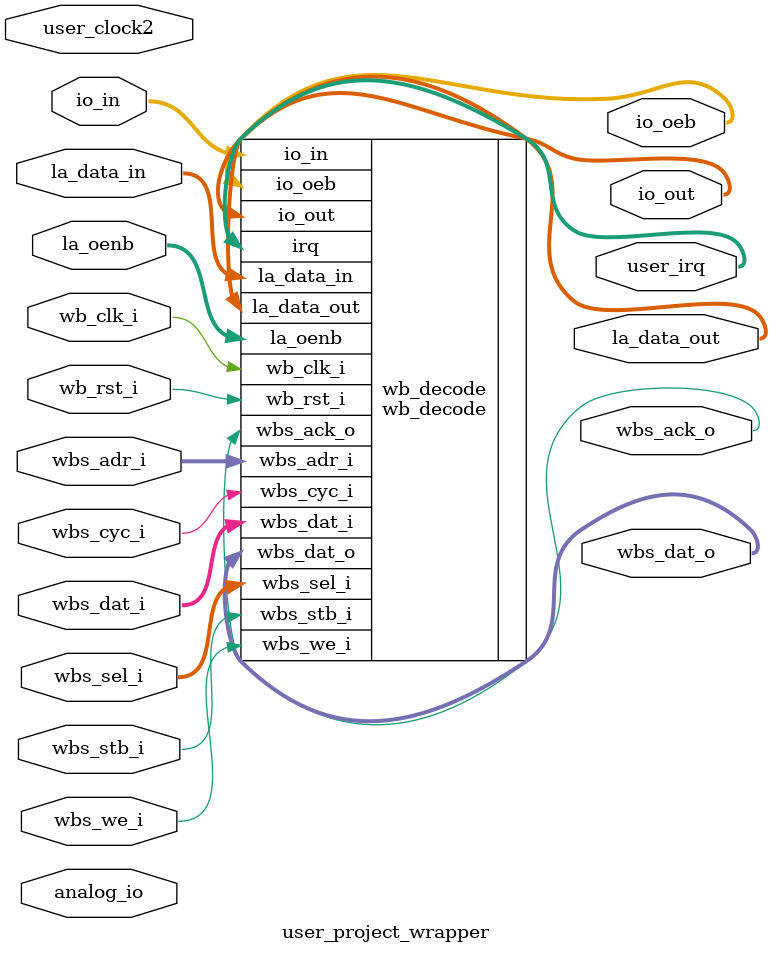
<source format=v>

`default_nettype wire
/*
 *-------------------------------------------------------------
 *
 * user_project_wrapper
 *
 * This wrapper enumerates all of the pins available to the
 * user for the user project.
 *
 * An example user project is provided in this wrapper.  The
 * example should be removed and replaced with the actual
 * user project.
 *
 *-------------------------------------------------------------
 */

module user_project_wrapper #(
    parameter BITS = 32,
    parameter MPRJ_IO_PADS = 38
) (
`ifdef USE_POWER_PINS
    inout vdda1,	// User area 1 3.3V supply
    inout vdda2,	// User area 2 3.3V supply
    inout vssa1,	// User area 1 analog ground
    inout vssa2,	// User area 2 analog ground
    inout vccd1,	// User area 1 1.8V supply
    inout vccd2,	// User area 2 1.8v supply
    inout vssd1,	// User area 1 digital ground
    inout vssd2,	// User area 2 digital ground
`endif

    // Wishbone Slave ports (WB MI A)
    input wb_clk_i,
    input wb_rst_i,
    input wbs_stb_i,
    input wbs_cyc_i,
    input wbs_we_i,
    input [3:0] wbs_sel_i,
    input [31:0] wbs_dat_i,
    input [31:0] wbs_adr_i,
    output wbs_ack_o,
    output [31:0] wbs_dat_o,

    // Logic Analyzer Signals
    input  [127:0] la_data_in,
    output [127:0] la_data_out,
    input  [127:0] la_oenb,

    // IOs
    input  [MPRJ_IO_PADS-1:0] io_in,
    output [MPRJ_IO_PADS-1:0] io_out,
    output [MPRJ_IO_PADS-1:0] io_oeb,

    // Analog (direct connection to GPIO pad---use with caution)
    // Note that analog I/O is not available on the 7 lowest-numbered
    // GPIO pads, and so the analog_io indexing is offset from the
    // GPIO indexing by 7 (also upper 2 GPIOs do not have analog_io).
    inout [MPRJ_IO_PADS-10:0] analog_io,

    // Independent clock (on independent integer divider)
    input   user_clock2,

    // User maskable interrupt signals
    output [2:0] user_irq
);

wb_decode wb_decode(
    .wb_clk_i       (wb_clk_i),
    .wb_rst_i       (wb_rst_i),

    // Wishbone
    .wbs_cyc_i     (wbs_cyc_i),
    .wbs_stb_i     (wbs_stb_i),
    .wbs_we_i      (wbs_we_i ),
    .wbs_sel_i     (wbs_sel_i),
    .wbs_adr_i     (wbs_adr_i),
    .wbs_dat_i     (wbs_dat_i),
    .wbs_ack_o     (wbs_ack_o),
    .wbs_dat_o     (wbs_dat_o),
    
    // Logic Analyzer Signals
    .la_data_in   (la_data_in),
    .la_data_out (la_data_out),
    .la_oenb         (la_oenb),
    
    // IO ports
    .io_in         (io_in    ),
    .io_out        (io_out   ),
    .io_oeb        (io_oeb   ),

    // irq
    .irq         (user_irq )
);

endmodule	// user_project_wrapper

`default_nettype wire


</source>
